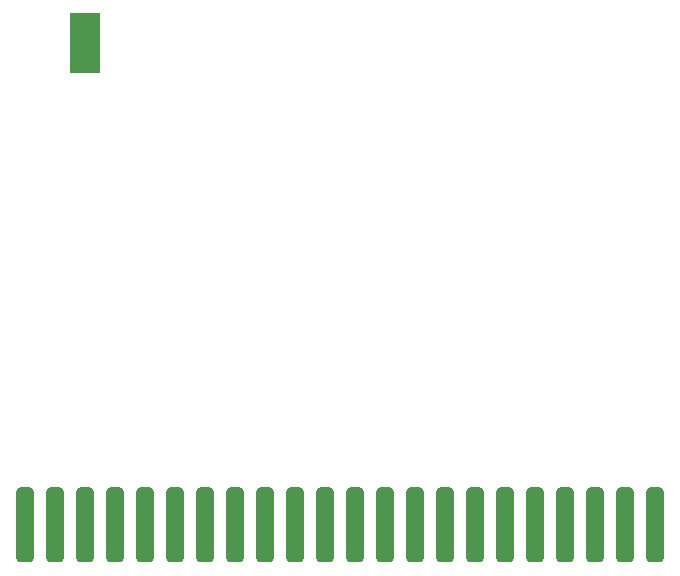
<source format=gbp>
G04 #@! TF.GenerationSoftware,KiCad,Pcbnew,(6.0.5)*
G04 #@! TF.CreationDate,2022-12-14T22:57:53+01:00*
G04 #@! TF.ProjectId,MDCC_512k,4d444343-5f35-4313-926b-2e6b69636164,C*
G04 #@! TF.SameCoordinates,Original*
G04 #@! TF.FileFunction,Paste,Bot*
G04 #@! TF.FilePolarity,Positive*
%FSLAX46Y46*%
G04 Gerber Fmt 4.6, Leading zero omitted, Abs format (unit mm)*
G04 Created by KiCad (PCBNEW (6.0.5)) date 2022-12-14 22:57:53*
%MOMM*%
%LPD*%
G01*
G04 APERTURE LIST*
G04 Aperture macros list*
%AMRoundRect*
0 Rectangle with rounded corners*
0 $1 Rounding radius*
0 $2 $3 $4 $5 $6 $7 $8 $9 X,Y pos of 4 corners*
0 Add a 4 corners polygon primitive as box body*
4,1,4,$2,$3,$4,$5,$6,$7,$8,$9,$2,$3,0*
0 Add four circle primitives for the rounded corners*
1,1,$1+$1,$2,$3*
1,1,$1+$1,$4,$5*
1,1,$1+$1,$6,$7*
1,1,$1+$1,$8,$9*
0 Add four rect primitives between the rounded corners*
20,1,$1+$1,$2,$3,$4,$5,0*
20,1,$1+$1,$4,$5,$6,$7,0*
20,1,$1+$1,$6,$7,$8,$9,0*
20,1,$1+$1,$8,$9,$2,$3,0*%
G04 Aperture macros list end*
%ADD10RoundRect,0.381000X-0.381000X-2.794000X0.381000X-2.794000X0.381000X2.794000X-0.381000X2.794000X0*%
%ADD11R,2.540000X5.080000*%
G04 APERTURE END LIST*
D10*
X121841100Y-125828600D03*
X124381100Y-125828600D03*
X126921100Y-125828600D03*
X129461100Y-125828600D03*
X132001100Y-125828600D03*
X134541100Y-125828600D03*
X137081100Y-125828600D03*
X139621100Y-125828600D03*
X142161100Y-125828600D03*
X144701100Y-125828600D03*
X147241100Y-125828600D03*
X149781100Y-125828600D03*
X152321100Y-125828600D03*
X154861100Y-125828600D03*
X157401100Y-125828600D03*
X159941100Y-125828600D03*
X162481100Y-125828600D03*
X165021100Y-125828600D03*
X167561100Y-125828600D03*
X170101100Y-125828600D03*
X172641100Y-125828600D03*
X175181100Y-125828600D03*
D11*
X126911100Y-85053600D03*
M02*

</source>
